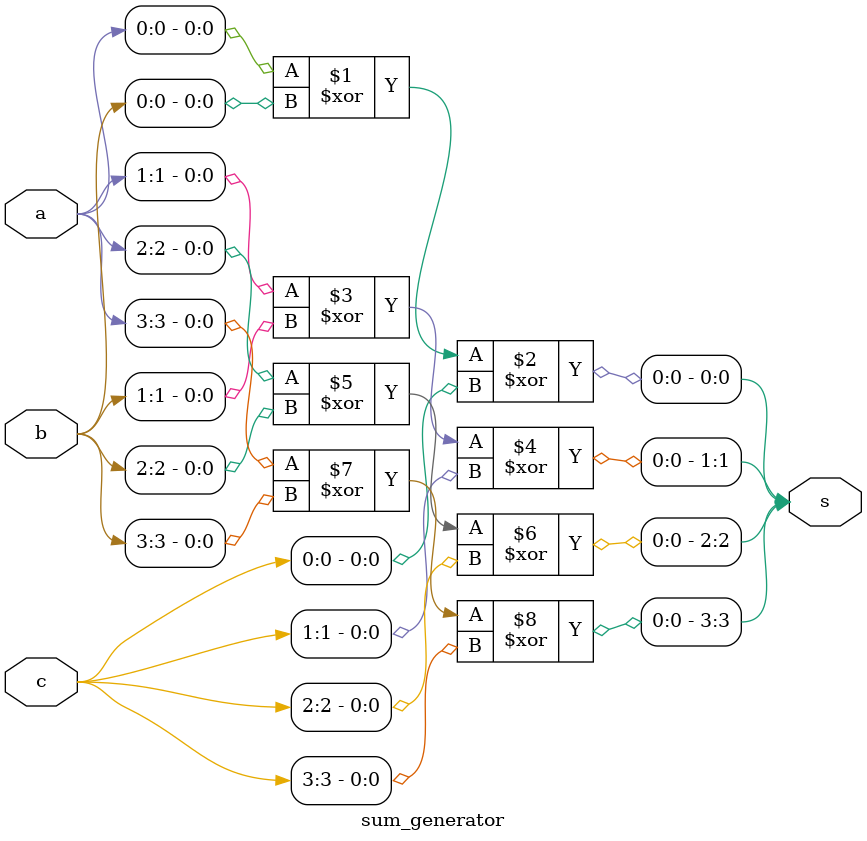
<source format=v>
module cla_64bit( a, b, cin, sum, cout);

	input [63:0] a, b;
	input cin;
	output [63:0] sum;
	output cout;


	wire [15:0] c_4_8_12;

    wire [63:0] p, g, s;
    wire [63:0] c;
	wire [4:0] c16;
	wire [15:0] gG ,gP;
	wire [3:0] g_G_16, g_P_16;
	//write your design below

    gp_generator cla4_pg1(.a(a[3:0]), .b(b[3:0]), .p(p[3:0]), .g(g[3:0]));
	gp_generator cla4_pg2(.a(a[7:4]), .b(b[7:4]), .p(p[7:4]), .g(g[7:4]));
	gp_generator cla4_pg3(.a(a[11:8]), .b(b[11:8]), .p(p[11:8]), .g(g[11:8]));
	gp_generator cla4_pg4(.a(a[15:12]), .b(b[15:12]), .p(p[15:12]), .g(g[15:12]));

    gp_generator cla4_pg5(.a(a[19:16]), .b(b[19:16]), .p(p[19:16]), .g(g[19:16]));
	gp_generator cla4_pg6(.a(a[23:20]), .b(b[23:20]), .p(p[23:20]), .g(g[23:20]));
	gp_generator cla4_pg7(.a(a[27:24]), .b(b[27:24]), .p(p[27:24]), .g(g[27:24]));
	gp_generator cla4_pg8(.a(a[31:28]), .b(b[31:28]), .p(p[31:28]), .g(g[31:28]));

    gp_generator cla4_pg9(.a(a[35:32]), .b(b[35:32]), .p(p[35:32]), .g(g[35:32]));
	gp_generator cla4_pg10(.a(a[39:36]), .b(b[39:36]), .p(p[39:36]), .g(g[39:36]));
	gp_generator cla4_pg11(.a(a[43:40]), .b(b[43:40]), .p(p[43:40]), .g(g[43:40]));
	gp_generator cla4_pg12(.a(a[47:44]), .b(b[47:44]), .p(p[47:44]), .g(g[47:44]));

    gp_generator cla4_pg13(.a(a[51:48]), .b(b[51:48]), .p(p[51:48]), .g(g[51:48]));
	gp_generator cla4_pg14(.a(a[55:52]), .b(b[55:52]), .p(p[55:52]), .g(g[55:52]));
	gp_generator cla4_pg15(.a(a[59:56]), .b(b[59:56]), .p(p[59:56]), .g(g[59:56]));
	gp_generator cla4_pg16(.a(a[63:60]), .b(b[63:60]), .p(p[63:60]), .g(g[63:60]));

	carry_generator carry_gen_1(.p(p[3:0]) , .g(g[3:0]) , .cin(cin) , .c(c[3:0]) , .gG(gG[0]), .gP(gP[0]));
	carry_generator carry_gen_2(.p(p[7:4]) , .g(g[7:4]) , .cin(c_4_8_12[1]) , .c(c[7:4]) , .gG(gG[1]), .gP(gP[1]));
	carry_generator carry_gen_3(.p(p[11:8]) , .g(g[11:8]) , .cin(c_4_8_12[2]) , .c(c[11:8]) , .gG(gG[2]), .gP(gP[2]));
	carry_generator carry_gen_4(.p(p[15:12]) , .g(g[15:12]) , .cin(c_4_8_12[3]) , .c(c[15:12]) , .gG(gG[3]), .gP(gP[3]));

    carry_generator carry_gen_5(.p(p[19:16]), .g(g[19:16]) , .cin(c_4_8_12[4]) , .c(c[19:16]) , .gG(gG[4]), .gP(gP[4]));
	carry_generator carry_gen_6(.p(p[23:20]), .g(g[23:20]) , .cin(c_4_8_12[5]) , .c(c[23:20]) , .gG(gG[5]), .gP(gP[5]));
	carry_generator carry_gen_7(.p(p[27:24]), .g(g[27:24]) , .cin(c_4_8_12[6]) , .c(c[27:24]) , .gG(gG[6]), .gP(gP[6]));
	carry_generator carry_gen_8(.p(p[31:28]), .g(g[31:28]) , .cin(c_4_8_12[7]) , .c(c[31:28]) , .gG(gG[7]), .gP(gP[7]));

    carry_generator carry_gen_9(.p(p[35:32]), .g(g[35:32])  , .cin(c_4_8_12[8]) , .c(c[35:32]) , .gG(gG[8]), .gP(gP[8]));
    carry_generator carry_gen_10(.p(p[39:36]), .g(g[39:36]) , .cin(c_4_8_12[9]) , .c(c[39:36]) , .gG(gG[9]), .gP(gP[9]));
    carry_generator carry_gen_11(.p(p[43:40]), .g(g[43:40]) , .cin(c_4_8_12[10]) , .c(c[43:40]) , .gG(gG[10]), .gP(gP[10]));
    carry_generator carry_gen_12(.p(p[47:44]), .g(g[47:44]) , .cin(c_4_8_12[11]) , .c(c[47:44]) , .gG(gG[11]), .gP(gP[11]));

    carry_generator carry_gen_13(.p(p[51:48]), .g(g[51:48]) , .cin(c_4_8_12[12]) , .c(c[51:48]) , .gG(gG[12]), .gP(gP[12]));
    carry_generator carry_gen_14(.p(p[55:52]), .g(g[55:52]) , .cin(c_4_8_12[13]) , .c(c[55:52]) , .gG(gG[13]), .gP(gP[13]));
    carry_generator carry_gen_15(.p(p[59:56]), .g(g[59:56]) , .cin(c_4_8_12[14]) , .c(c[59:56]) , .gG(gG[14]), .gP(gP[14]));
    carry_generator carry_gen_16(.p(p[63:60]), .g(g[63:60]) , .cin(c_4_8_12[15]) , .c(c[63:60]) , .gG(gG[15]), .gP(gP[15]));

    carry_generator carry_gen_17(gP[3:0] , gG[3:0]     ,  , , g_G_16[0], g_P_16[0], );
    carry_generator carry_gen_18(gP[7:4] , gG[7:4]     ,  , , g_G_16[1], g_P_16[1], );
    carry_generator carry_gen_19(gP[11:8] , gG[11:8]   ,  , , g_G_16[2], g_P_16[2], );
    carry_generator carry_gen_20(gP[15:12] , gG[15:12] ,  , , g_G_16[3], g_P_16[3], );

    carry_generator carry_gen_21(g_P_16[3:0] , g_G_16[3:0] , cin , c16[3:0] , , , cout);

    carry_generator carry_gen_22(gP[3:0]   , gG[3:0]   , c16[0] , c[3:0]  , , ,  );
    carry_generator carry_gen_23(gP[7:4]   , gG[7:4]   , c16[1] , c[7:4]  , , , );
    carry_generator carry_gen_24(gP[11:8]  , gG[11:8]  , c16[2] , c[11:8] , , , );
    carry_generator carry_gen_25(gP[15:12] , gG[15:12] , c16[3] , c[15:12], , , );


    /*
	sum_generator cla4_sum1(a[3:0], b[3:0], c[3:0], s[3:0]);
	sum_generator cla4_sum2(a[7:4], b[7:4], c[7:4], s[7:4]);
	sum_generator cla4_sum3(a[11:8], b[11:8], c[11:8], s[11:8]);
	sum_generator cla4_sum4(a[15:12], b[15:12], c[15:12], s[15:12]);

    sum_generator cla4_sum5(a[19:16], b[19:16], c[19:16], s[19:16]);
    sum_generator cla4_sum6(a[23:20], b[23:20], c[23:20], s[23:20]);
    sum_generator cla4_sum7(a[27:24], b[27:24], c[27:24], s[27:24]);
    sum_generator cla4_sum8(a[31:28], b[31:28], c[31:28], s[31:28]);

    sum_generator cla4_sum9(a[35:32], b[35:32], c[35:32], s[35:32]);
    sum_generator cla4_sum10(a[39:36], b[39:36], c[39:36], s[39:36]);
    sum_generator cla4_sum11(a[43:40], b[43:40], c[43:40], s[43:40]);
    sum_generator cla4_sum12(a[47:44], b[47:44], c[47:44], s[47:44]);

    sum_generator cla4_sum13(a[51:48], b[51:48], c[51:48], s[51:48]);
    sum_generator cla4_sum14(a[55:52], b[55:52], c[55:52], s[55:52]);
    sum_generator cla4_sum15(a[59:56], b[59:56], c[59:56], s[59:56]);
    sum_generator cla4_sum16(a[63:60], b[63:60], c[63:60], s[63:60]);
    */

endmodule

//產生所需的小p小g
module gp_generator(a, b, p, g );
     input [3:0] a,b;
	 output [3:0] p,g;

	 assign g[0] = a[0] & b[0];
	 assign p[0] = a[0] | b[0];

	 assign g[1] = a[1] & b[1];
	 assign p[1] = a[1] | b[1];

	 assign g[2] = a[2] & b[2];
	 assign p[2] = a[2] | b[2];

	 assign g[3] = a[3] & b[3];
	 assign p[3] = a[3] | b[3];

endmodule

//產生所需的carry in 跟 大G大P
module carry_generator( p , g , cin , c ,gG ,gP ,cout);

	input [3:0] p, g;
	input cin;
	output [3:0] c;
	output gG, gP;
	output cout;

	assign gG = g[3] | (p[3] & g[2]) | (p[3] & p[2] & g[1]) | (p[3] & p[2] & p[1] & g[0]);//G[3:0]
	assign gP = p[3] & p[2] & p[1] & p[0];//P[3:0]

	assign c[0] = cin;
	assign c[1] = g[0] | (p[0] & cin);
	assign c[2] = g[1] | (p[1] & g[0]) | (p[1] & p[0] & cin);
	assign c[3] = g[2] | (p[2] & g[1]) | (p[2] & p[1] & g[0]) | (p[2] & p[1] & p[0] & cin);
	assign cout = g[3] | (p[3] & g[2]) | (p[3] & p[2] & g[1]) | (p[3] & p[2] & p[1] & g[0]) | (p[3] & p[2] & p[1] & p[0] & cin);

endmodule

//求得最後結果
module sum_generator(a, b, c, s );

     input [3:0] a,b,c;
	 output [3:0] s;

	 assign s[0] = a[0] ^ b[0] ^ c[0];
	 assign s[1] = a[1] ^ b[1] ^ c[1];
	 assign s[2] = a[2] ^ b[2] ^ c[2];
	 assign s[3] = a[3] ^ b[3] ^ c[3];

endmodule

</source>
